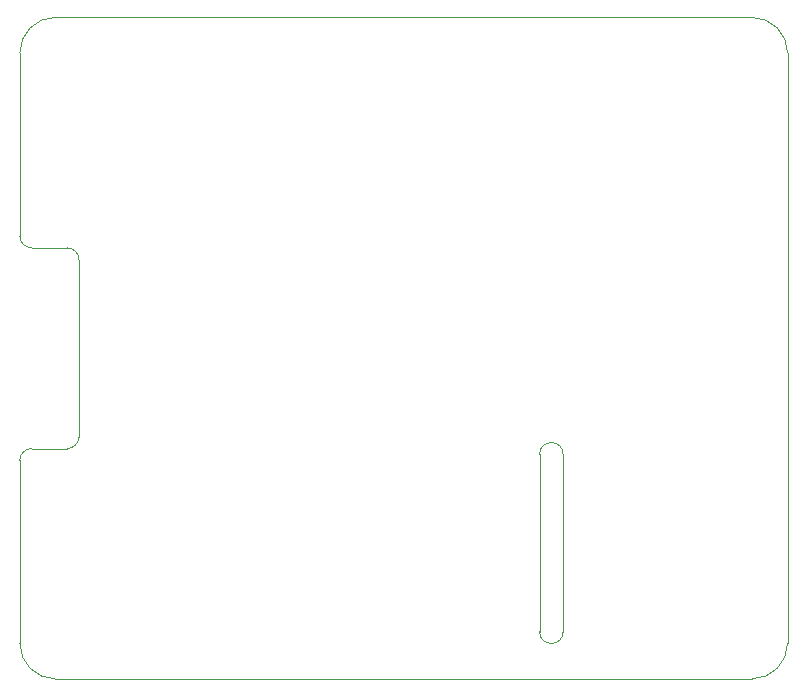
<source format=gm1>
G04 #@! TF.GenerationSoftware,KiCad,Pcbnew,(5.1.7)-1*
G04 #@! TF.CreationDate,2021-05-12T14:55:54+08:00*
G04 #@! TF.ProjectId,pi4-breakout,7069342d-6272-4656-916b-6f75742e6b69,rev?*
G04 #@! TF.SameCoordinates,Original*
G04 #@! TF.FileFunction,Profile,NP*
%FSLAX46Y46*%
G04 Gerber Fmt 4.6, Leading zero omitted, Abs format (unit mm)*
G04 Created by KiCad (PCBNEW (5.1.7)-1) date 2021-05-12 14:55:54*
%MOMM*%
%LPD*%
G01*
G04 APERTURE LIST*
G04 #@! TA.AperFunction,Profile*
%ADD10C,0.100000*%
G04 #@! TD*
G04 APERTURE END LIST*
D10*
X176760000Y-79700000D02*
G75*
G03*
X173760000Y-76700000I-3000000J0D01*
G01*
X114760000Y-76700000D02*
X173760000Y-76700000D01*
X114760000Y-76700000D02*
G75*
G03*
X111760000Y-79700000I0J-3000000D01*
G01*
X157760000Y-128700000D02*
G75*
G02*
X155760000Y-128700000I-1000000J0D01*
G01*
X157760000Y-113700000D02*
G75*
G03*
X155760000Y-113700000I-1000000J0D01*
G01*
X157760000Y-113700000D02*
X157760000Y-128700000D01*
X155760000Y-113700000D02*
X155760000Y-128700000D01*
X112760000Y-113200000D02*
G75*
G03*
X111760000Y-114200000I0J-1000000D01*
G01*
X115760000Y-113200000D02*
G75*
G03*
X116760000Y-112200000I0J1000000D01*
G01*
X116760000Y-97200000D02*
G75*
G03*
X115760000Y-96200000I-1000000J0D01*
G01*
X111760000Y-95200000D02*
G75*
G03*
X112760000Y-96200000I1000000J0D01*
G01*
X173760000Y-132700000D02*
G75*
G03*
X176760000Y-129700000I0J3000000D01*
G01*
X111760000Y-129700000D02*
G75*
G03*
X114760000Y-132700000I3000000J0D01*
G01*
X111760000Y-114200000D02*
X111760000Y-129700000D01*
X111760000Y-79700000D02*
X111760000Y-95200000D01*
X112760000Y-113200000D02*
X115760000Y-113200000D01*
X112760000Y-96200000D02*
X115760000Y-96200000D01*
X116760000Y-97200000D02*
X116760000Y-112200000D01*
X114760000Y-132700000D02*
X173760000Y-132700000D01*
X176760000Y-79700000D02*
X176760000Y-129700000D01*
M02*

</source>
